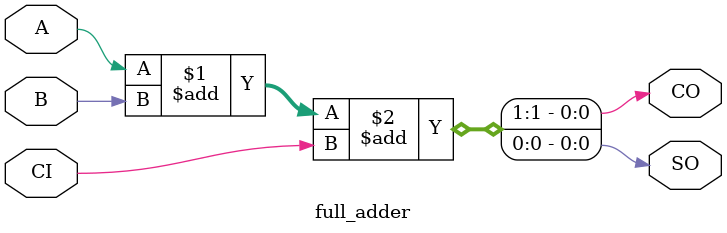
<source format=v>
`timescale 1ns / 1ps
module full_adder(
    input A,
    input B,
    input CI,
    output SO,
    output CO
    );
assign {CO,SO}=A+B+CI;

endmodule

</source>
